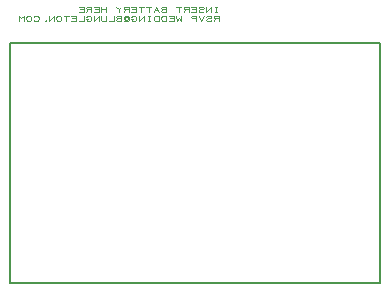
<source format=gbr>
%FSLAX35Y35*%
%MOIN*%
G04 EasyPC Gerber Version 18.0.9 Build 3640 *
%ADD10C,0.00100*%
%ADD11C,0.00500*%
X0Y0D02*
D02*
D10*
X121970Y103254D02*
X121345D01*
X121658D02*
Y105129D01*
X121970D02*
X121345D01*
X119939Y103254D02*
Y105129D01*
X118376Y103254*
Y105129*
X117439Y103723D02*
X117283Y103411D01*
X116970Y103254*
X116345*
X116033Y103411*
X115876Y103723*
X116033Y104035*
X116345Y104192*
X116970*
X117283Y104348*
X117439Y104661*
X117283Y104973*
X116970Y105129*
X116345*
X116033Y104973*
X115876Y104661*
X114939Y103254D02*
Y105129D01*
X113376*
X113689Y104192D02*
X114939D01*
Y103254D02*
X113376D01*
X112439D02*
Y105129D01*
X111345*
X111033Y104973*
X110876Y104661*
X111033Y104348*
X111345Y104192*
X112439*
X111345D02*
X110876Y103254D01*
X109158D02*
Y105129D01*
X109939D02*
X108376D01*
X103845Y104192D02*
X103533Y104035D01*
X103376Y103723*
X103533Y103411*
X103845Y103254*
X104939*
Y105129*
X103845*
X103533Y104973*
X103376Y104661*
X103533Y104348*
X103845Y104192*
X104939*
X102439Y103254D02*
X101658Y105129D01*
X100876Y103254*
X102126Y104035D02*
X101189D01*
X99158Y103254D02*
Y105129D01*
X99939D02*
X98376D01*
X96658Y103254D02*
Y105129D01*
X97439D02*
X95876D01*
X94939Y103254D02*
Y105129D01*
X93376*
X93689Y104192D02*
X94939D01*
Y103254D02*
X93376D01*
X92439D02*
Y105129D01*
X91345*
X91033Y104973*
X90876Y104661*
X91033Y104348*
X91345Y104192*
X92439*
X91345D02*
X90876Y103254D01*
X89158D02*
Y104192D01*
X89939Y105129*
X89158Y104192D02*
X88376Y105129D01*
X84939Y103254D02*
Y105129D01*
Y104192D02*
X83376D01*
Y103254D02*
Y105129D01*
X82439Y103254D02*
Y105129D01*
X80876*
X81189Y104192D02*
X82439D01*
Y103254D02*
X80876D01*
X79939D02*
Y105129D01*
X78845*
X78533Y104973*
X78376Y104661*
X78533Y104348*
X78845Y104192*
X79939*
X78845D02*
X78376Y103254D01*
X77439D02*
Y105129D01*
X75876*
X76189Y104192D02*
X77439D01*
Y103254D02*
X75876D01*
X122439Y100254D02*
Y102129D01*
X121345*
X121033Y101973*
X120876Y101661*
X121033Y101348*
X121345Y101192*
X122439*
X121345D02*
X120876Y100254D01*
X119939Y100723D02*
X119783Y100411D01*
X119470Y100254*
X118845*
X118533Y100411*
X118376Y100723*
X118533Y101035*
X118845Y101192*
X119470*
X119783Y101348*
X119939Y101661*
X119783Y101973*
X119470Y102129*
X118845*
X118533Y101973*
X118376Y101661*
X117439Y102129D02*
X116658Y100254D01*
X115876Y102129*
X114939Y100254D02*
Y102129D01*
X113845*
X113533Y101973*
X113376Y101661*
X113533Y101348*
X113845Y101192*
X114939*
X109939Y102129D02*
X109783Y100254D01*
X109158Y101192*
X108533Y100254*
X108376Y102129*
X107439Y100254D02*
Y102129D01*
X105876*
X106189Y101192D02*
X107439D01*
Y100254D02*
X105876D01*
X104939D02*
Y102129D01*
X104002*
X103689Y101973*
X103533Y101817*
X103376Y101504*
Y100879*
X103533Y100567*
X103689Y100411*
X104002Y100254*
X104939*
X102439D02*
Y102129D01*
X101502*
X101189Y101973*
X101033Y101817*
X100876Y101504*
Y100879*
X101033Y100567*
X101189Y100411*
X101502Y100254*
X102439*
X99470D02*
X98845D01*
X99158D02*
Y102129D01*
X99470D02*
X98845D01*
X97439Y100254D02*
Y102129D01*
X95876Y100254*
Y102129*
X93845Y101035D02*
X93376D01*
Y100879*
X93533Y100567*
X93689Y100411*
X94002Y100254*
X94314*
X94626Y100411*
X94783Y100567*
X94939Y100879*
Y101504*
X94783Y101817*
X94626Y101973*
X94314Y102129*
X94002*
X93689Y101973*
X93533Y101817*
X93376Y101504*
X91033Y100411D02*
X91345Y100254D01*
X91970*
X92283Y100411*
X92439Y100723*
Y101661*
X92283Y101973*
X91970Y102129*
X91502*
X91189Y101973*
X91033Y101661*
Y100879*
X91189Y100723*
X91345Y100879*
Y101504*
X91502Y101661*
X91970*
X92126Y101504*
Y100879*
X91970Y100723*
X91502*
X91345Y100879*
X88845Y101192D02*
X88533Y101035D01*
X88376Y100723*
X88533Y100411*
X88845Y100254*
X89939*
Y102129*
X88845*
X88533Y101973*
X88376Y101661*
X88533Y101348*
X88845Y101192*
X89939*
X87439Y102129D02*
Y100254D01*
X85876*
X84939Y102129D02*
Y100723D01*
X84783Y100411*
X84470Y100254*
X83845*
X83533Y100411*
X83376Y100723*
Y102129*
X82439Y100254D02*
Y102129D01*
X80876Y100254*
Y102129*
X78845Y101035D02*
X78376D01*
Y100879*
X78533Y100567*
X78689Y100411*
X79002Y100254*
X79314*
X79626Y100411*
X79783Y100567*
X79939Y100879*
Y101504*
X79783Y101817*
X79626Y101973*
X79314Y102129*
X79002*
X78689Y101973*
X78533Y101817*
X78376Y101504*
X77439Y102129D02*
Y100254D01*
X75876*
X74939D02*
Y102129D01*
X73376*
X73689Y101192D02*
X74939D01*
Y100254D02*
X73376D01*
X71658D02*
Y102129D01*
X72439D02*
X70876D01*
X69939Y100879D02*
Y101504D01*
X69783Y101817*
X69626Y101973*
X69314Y102129*
X69002*
X68689Y101973*
X68533Y101817*
X68376Y101504*
Y100879*
X68533Y100567*
X68689Y100411*
X69002Y100254*
X69314*
X69626Y100411*
X69783Y100567*
X69939Y100879*
X67439Y100254D02*
Y102129D01*
X65876Y100254*
Y102129*
X64783Y100254D02*
X64626Y100411D01*
X64783Y100567*
X64939Y100411*
X64783Y100254*
X60876Y100567D02*
X61033Y100411D01*
X61345Y100254*
X61814*
X62126Y100411*
X62283Y100567*
X62439Y100879*
Y101504*
X62283Y101817*
X62126Y101973*
X61814Y102129*
X61345*
X61033Y101973*
X60876Y101817*
X59939Y100879D02*
Y101504D01*
X59783Y101817*
X59626Y101973*
X59314Y102129*
X59002*
X58689Y101973*
X58533Y101817*
X58376Y101504*
Y100879*
X58533Y100567*
X58689Y100411*
X59002Y100254*
X59314*
X59626Y100411*
X59783Y100567*
X59939Y100879*
X57439Y100254D02*
Y102129D01*
X56658Y101192*
X55876Y102129*
Y100254*
D02*
D11*
X176179Y92884D02*
X52951D01*
Y12884*
X176179*
Y92884*
X0Y0D02*
M02*

</source>
